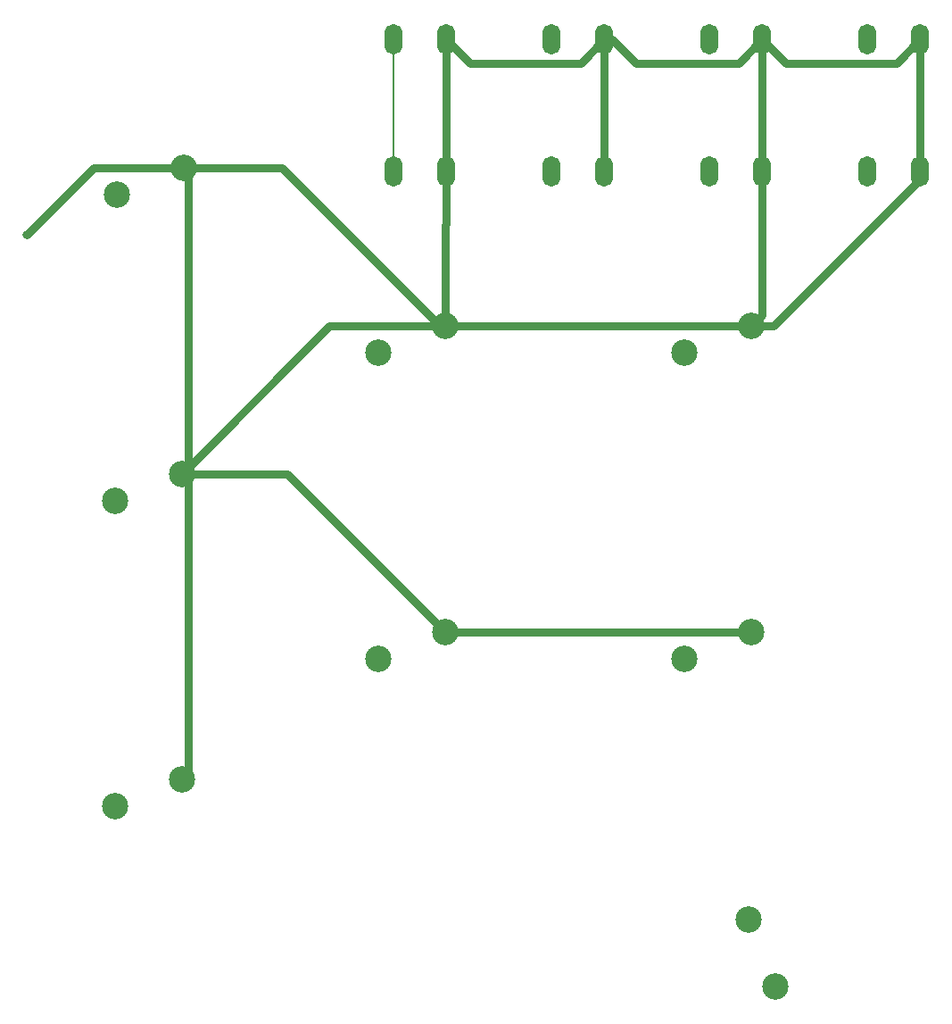
<source format=gbr>
%TF.GenerationSoftware,KiCad,Pcbnew,8.0.4*%
%TF.CreationDate,2024-07-25T19:41:12-07:00*%
%TF.ProjectId,panel_2,70616e65-6c5f-4322-9e6b-696361645f70,rev?*%
%TF.SameCoordinates,Original*%
%TF.FileFunction,Copper,L2,Bot*%
%TF.FilePolarity,Positive*%
%FSLAX46Y46*%
G04 Gerber Fmt 4.6, Leading zero omitted, Abs format (unit mm)*
G04 Created by KiCad (PCBNEW 8.0.4) date 2024-07-25 19:41:12*
%MOMM*%
%LPD*%
G01*
G04 APERTURE LIST*
%TA.AperFunction,ComponentPad*%
%ADD10C,2.500000*%
%TD*%
%TA.AperFunction,ComponentPad*%
%ADD11O,1.700000X2.900000*%
%TD*%
%TA.AperFunction,ViaPad*%
%ADD12C,0.800000*%
%TD*%
%TA.AperFunction,Conductor*%
%ADD13C,0.800000*%
%TD*%
%TA.AperFunction,Conductor*%
%ADD14C,0.150000*%
%TD*%
G04 APERTURE END LIST*
D10*
%TO.P,SW2_LK,1,1*%
%TO.N,/Buttons/B1*%
X113673943Y-115260000D03*
%TO.P,SW2_LK,2,2*%
%TO.N,GND*%
X120023943Y-112720000D03*
%TD*%
%TO.P,SW3_MK,1,1*%
%TO.N,/Buttons/B2*%
X138673943Y-101260000D03*
%TO.P,SW3_MK,2,2*%
%TO.N,GND*%
X145023943Y-98720000D03*
%TD*%
D11*
%TO.P,SW14_PS,1,1*%
%TO.N,/Buttons/A1*%
X170080000Y-55050000D03*
X170080000Y-42550000D03*
%TO.P,SW14_PS,2,2*%
%TO.N,GND*%
X175080000Y-55050000D03*
X175080000Y-42550000D03*
%TD*%
D10*
%TO.P,SW4_LP,1,1*%
%TO.N,/Buttons/B3*%
X113673943Y-86260000D03*
%TO.P,SW4_LP,2,2*%
%TO.N,GND*%
X120023943Y-83720000D03*
%TD*%
D11*
%TO.P,SW11_START,1,1*%
%TO.N,/Buttons/S2*%
X140080000Y-55050000D03*
X140080000Y-42550000D03*
%TO.P,SW11_START,2,2*%
%TO.N,GND*%
X145080000Y-55050000D03*
X145080000Y-42550000D03*
%TD*%
D10*
%TO.P,SW9_HK,1,1*%
%TO.N,/Buttons/R2*%
X167673943Y-101260000D03*
%TO.P,SW9_HK,2,2*%
%TO.N,GND*%
X174023943Y-98720000D03*
%TD*%
%TO.P,SW5_MP,1,1*%
%TO.N,/Buttons/B4*%
X138673943Y-72260000D03*
%TO.P,SW5_MP,2,2*%
%TO.N,GND*%
X145023943Y-69720000D03*
%TD*%
%TO.P,SW7_HP,1,1*%
%TO.N,/Buttons/R1*%
X167673943Y-72260000D03*
%TO.P,SW7_HP,2,2*%
%TO.N,GND*%
X174023943Y-69720000D03*
%TD*%
D11*
%TO.P,SW15_TOUCHPAD,1,1*%
%TO.N,/Buttons/A2*%
X185080000Y-55050000D03*
X185080000Y-42550000D03*
%TO.P,SW15_TOUCHPAD,2,2*%
%TO.N,GND*%
X190080000Y-55050000D03*
X190080000Y-42550000D03*
%TD*%
D10*
%TO.P,SW12_THROW,1,1*%
%TO.N,/Buttons/L3*%
X176364124Y-132334094D03*
%TO.P,SW12_THROW,2,2*%
%TO.N,GND*%
X173824124Y-125984094D03*
%TD*%
%TO.P,SW6_DI,1,1*%
%TO.N,/Buttons/L1*%
X113854257Y-57260561D03*
%TO.P,SW6_DI,2,2*%
%TO.N,GND*%
X120204257Y-54720561D03*
%TD*%
D11*
%TO.P,SW10_SHARE,1,1*%
%TO.N,/Buttons/S1*%
X155080000Y-55050000D03*
X155080000Y-42550000D03*
%TO.P,SW10_SHARE,2,2*%
%TO.N,GND*%
X160080000Y-55050000D03*
X160080000Y-42550000D03*
%TD*%
D12*
%TO.N,GND*%
X105300000Y-61050000D03*
%TD*%
D13*
%TO.N,GND*%
X120204257Y-54720561D02*
X120183696Y-54700000D01*
X187830000Y-44800000D02*
X190080000Y-42550000D01*
X120580000Y-112163943D02*
X120023943Y-112720000D01*
X172830000Y-44800000D02*
X175080000Y-42550000D01*
X120204257Y-54720561D02*
X129500561Y-54720561D01*
X177330000Y-44800000D02*
X187830000Y-44800000D01*
X111629439Y-54720561D02*
X105300000Y-61050000D01*
X160830000Y-42550000D02*
X163080000Y-44800000D01*
X163080000Y-44800000D02*
X172830000Y-44800000D01*
X190080000Y-55770000D02*
X176130000Y-69720000D01*
X120023943Y-83720000D02*
X120580000Y-84276057D01*
X190080000Y-42550000D02*
X190080000Y-55770000D01*
X175080000Y-42550000D02*
X177330000Y-44800000D01*
X145023943Y-69720000D02*
X134023943Y-69720000D01*
X144500000Y-69720000D02*
X145023943Y-69720000D01*
X145080000Y-55050000D02*
X145080000Y-60050000D01*
X176130000Y-69720000D02*
X174023943Y-69720000D01*
X147330000Y-44800000D02*
X157830000Y-44800000D01*
X120580000Y-83163943D02*
X120580000Y-55096304D01*
X157830000Y-44800000D02*
X160080000Y-42550000D01*
X160080000Y-42550000D02*
X160080000Y-55050000D01*
X160080000Y-42550000D02*
X160830000Y-42550000D01*
X120580000Y-84276057D02*
X120580000Y-112163943D01*
X145023943Y-98720000D02*
X174023943Y-98720000D01*
X134023943Y-69720000D02*
X120023943Y-83720000D01*
X120204257Y-54720561D02*
X111629439Y-54720561D01*
X120023943Y-83720000D02*
X120580000Y-83163943D01*
X145080000Y-42550000D02*
X145080000Y-55050000D01*
X120580000Y-55096304D02*
X120204257Y-54720561D01*
X145023943Y-69720000D02*
X174023943Y-69720000D01*
X175080000Y-68663943D02*
X175080000Y-42550000D01*
X120023943Y-83720000D02*
X130023943Y-83720000D01*
X174023943Y-69720000D02*
X175080000Y-68663943D01*
X145080000Y-60050000D02*
X145023943Y-60106057D01*
X129500561Y-54720561D02*
X144500000Y-69720000D01*
X130023943Y-83720000D02*
X145023943Y-98720000D01*
X145023943Y-69720000D02*
X145023943Y-60106057D01*
X145080000Y-42550000D02*
X147330000Y-44800000D01*
D14*
%TO.N,/Buttons/S2*%
X140080000Y-42550000D02*
X140080000Y-55050000D01*
%TD*%
M02*

</source>
